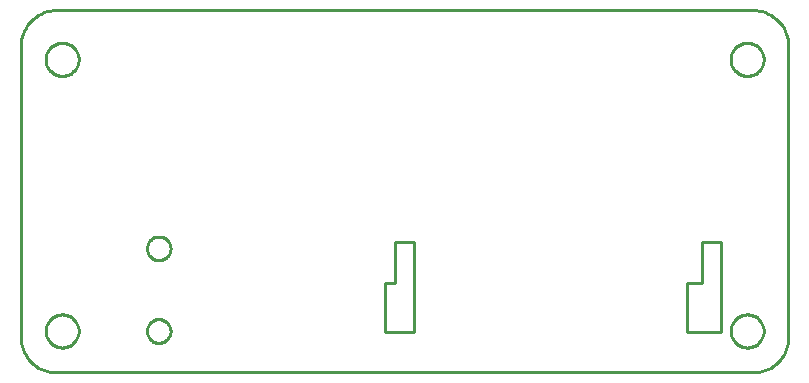
<source format=gbr>
G04 EAGLE Gerber RS-274X export*
G75*
%MOMM*%
%FSLAX34Y34*%
%LPD*%
%IN*%
%IPPOS*%
%AMOC8*
5,1,8,0,0,1.08239X$1,22.5*%
G01*
%ADD10C,0.254000*%


D10*
X0Y30000D02*
X114Y27385D01*
X456Y24791D01*
X1022Y22235D01*
X1809Y19739D01*
X2811Y17321D01*
X4019Y15000D01*
X5425Y12793D01*
X7019Y10716D01*
X8787Y8787D01*
X10716Y7019D01*
X12793Y5425D01*
X15000Y4019D01*
X17321Y2811D01*
X19739Y1809D01*
X22235Y1022D01*
X24791Y456D01*
X27385Y114D01*
X30000Y0D01*
X620000Y0D01*
X622615Y114D01*
X625209Y456D01*
X627765Y1022D01*
X630261Y1809D01*
X632679Y2811D01*
X635000Y4019D01*
X637207Y5425D01*
X639284Y7019D01*
X641213Y8787D01*
X642981Y10716D01*
X644575Y12793D01*
X645981Y15000D01*
X647189Y17321D01*
X648191Y19739D01*
X648978Y22235D01*
X649544Y24791D01*
X649886Y27385D01*
X650000Y30000D01*
X650000Y276604D01*
X649886Y279219D01*
X649544Y281813D01*
X648978Y284369D01*
X648191Y286865D01*
X647189Y289283D01*
X645981Y291604D01*
X644575Y293811D01*
X642981Y295888D01*
X641213Y297817D01*
X639284Y299585D01*
X637207Y301179D01*
X635000Y302585D01*
X632679Y303793D01*
X630261Y304795D01*
X627765Y305582D01*
X625209Y306148D01*
X622615Y306490D01*
X620000Y306604D01*
X30000Y306604D01*
X27385Y306490D01*
X24791Y306148D01*
X22235Y305582D01*
X19739Y304795D01*
X17321Y303793D01*
X15000Y302585D01*
X12793Y301179D01*
X10716Y299585D01*
X8787Y297817D01*
X7019Y295888D01*
X5425Y293811D01*
X4019Y291604D01*
X2811Y289283D01*
X1809Y286865D01*
X1022Y284369D01*
X456Y281813D01*
X114Y279219D01*
X0Y276604D01*
X0Y30000D01*
X308660Y34000D02*
X332660Y34000D01*
X332660Y110000D01*
X316660Y110000D01*
X316660Y76000D01*
X308660Y76000D01*
X308660Y34000D01*
X563660Y34000D02*
X592660Y34000D01*
X592660Y110000D01*
X576660Y110000D01*
X576660Y76000D01*
X563660Y76000D01*
X563660Y34000D01*
X49000Y264500D02*
X48929Y263503D01*
X48786Y262513D01*
X48574Y261536D01*
X48292Y260576D01*
X47943Y259639D01*
X47527Y258729D01*
X47048Y257852D01*
X46507Y257010D01*
X45908Y256210D01*
X45253Y255454D01*
X44546Y254747D01*
X43790Y254092D01*
X42990Y253493D01*
X42148Y252952D01*
X41271Y252473D01*
X40361Y252057D01*
X39424Y251708D01*
X38465Y251426D01*
X37487Y251214D01*
X36498Y251071D01*
X35500Y251000D01*
X34500Y251000D01*
X33503Y251071D01*
X32513Y251214D01*
X31536Y251426D01*
X30576Y251708D01*
X29639Y252057D01*
X28729Y252473D01*
X27852Y252952D01*
X27010Y253493D01*
X26210Y254092D01*
X25454Y254747D01*
X24747Y255454D01*
X24092Y256210D01*
X23493Y257010D01*
X22952Y257852D01*
X22473Y258729D01*
X22057Y259639D01*
X21708Y260576D01*
X21426Y261536D01*
X21214Y262513D01*
X21071Y263503D01*
X21000Y264500D01*
X21000Y265500D01*
X21071Y266498D01*
X21214Y267487D01*
X21426Y268465D01*
X21708Y269424D01*
X22057Y270361D01*
X22473Y271271D01*
X22952Y272148D01*
X23493Y272990D01*
X24092Y273790D01*
X24747Y274546D01*
X25454Y275253D01*
X26210Y275908D01*
X27010Y276507D01*
X27852Y277048D01*
X28729Y277527D01*
X29639Y277943D01*
X30576Y278292D01*
X31536Y278574D01*
X32513Y278786D01*
X33503Y278929D01*
X34500Y279000D01*
X35500Y279000D01*
X36498Y278929D01*
X37487Y278786D01*
X38465Y278574D01*
X39424Y278292D01*
X40361Y277943D01*
X41271Y277527D01*
X42148Y277048D01*
X42990Y276507D01*
X43790Y275908D01*
X44546Y275253D01*
X45253Y274546D01*
X45908Y273790D01*
X46507Y272990D01*
X47048Y272148D01*
X47527Y271271D01*
X47943Y270361D01*
X48292Y269424D01*
X48574Y268465D01*
X48786Y267487D01*
X48929Y266498D01*
X49000Y265500D01*
X49000Y264500D01*
X629000Y264500D02*
X628929Y263503D01*
X628786Y262513D01*
X628574Y261536D01*
X628292Y260576D01*
X627943Y259639D01*
X627527Y258729D01*
X627048Y257852D01*
X626507Y257010D01*
X625908Y256210D01*
X625253Y255454D01*
X624546Y254747D01*
X623790Y254092D01*
X622990Y253493D01*
X622148Y252952D01*
X621271Y252473D01*
X620361Y252057D01*
X619424Y251708D01*
X618465Y251426D01*
X617487Y251214D01*
X616498Y251071D01*
X615500Y251000D01*
X614500Y251000D01*
X613503Y251071D01*
X612513Y251214D01*
X611536Y251426D01*
X610576Y251708D01*
X609639Y252057D01*
X608729Y252473D01*
X607852Y252952D01*
X607010Y253493D01*
X606210Y254092D01*
X605454Y254747D01*
X604747Y255454D01*
X604092Y256210D01*
X603493Y257010D01*
X602952Y257852D01*
X602473Y258729D01*
X602057Y259639D01*
X601708Y260576D01*
X601426Y261536D01*
X601214Y262513D01*
X601071Y263503D01*
X601000Y264500D01*
X601000Y265500D01*
X601071Y266498D01*
X601214Y267487D01*
X601426Y268465D01*
X601708Y269424D01*
X602057Y270361D01*
X602473Y271271D01*
X602952Y272148D01*
X603493Y272990D01*
X604092Y273790D01*
X604747Y274546D01*
X605454Y275253D01*
X606210Y275908D01*
X607010Y276507D01*
X607852Y277048D01*
X608729Y277527D01*
X609639Y277943D01*
X610576Y278292D01*
X611536Y278574D01*
X612513Y278786D01*
X613503Y278929D01*
X614500Y279000D01*
X615500Y279000D01*
X616498Y278929D01*
X617487Y278786D01*
X618465Y278574D01*
X619424Y278292D01*
X620361Y277943D01*
X621271Y277527D01*
X622148Y277048D01*
X622990Y276507D01*
X623790Y275908D01*
X624546Y275253D01*
X625253Y274546D01*
X625908Y273790D01*
X626507Y272990D01*
X627048Y272148D01*
X627527Y271271D01*
X627943Y270361D01*
X628292Y269424D01*
X628574Y268465D01*
X628786Y267487D01*
X628929Y266498D01*
X629000Y265500D01*
X629000Y264500D01*
X629000Y34500D02*
X628929Y33503D01*
X628786Y32513D01*
X628574Y31536D01*
X628292Y30576D01*
X627943Y29639D01*
X627527Y28729D01*
X627048Y27852D01*
X626507Y27010D01*
X625908Y26210D01*
X625253Y25454D01*
X624546Y24747D01*
X623790Y24092D01*
X622990Y23493D01*
X622148Y22952D01*
X621271Y22473D01*
X620361Y22057D01*
X619424Y21708D01*
X618465Y21426D01*
X617487Y21214D01*
X616498Y21071D01*
X615500Y21000D01*
X614500Y21000D01*
X613503Y21071D01*
X612513Y21214D01*
X611536Y21426D01*
X610576Y21708D01*
X609639Y22057D01*
X608729Y22473D01*
X607852Y22952D01*
X607010Y23493D01*
X606210Y24092D01*
X605454Y24747D01*
X604747Y25454D01*
X604092Y26210D01*
X603493Y27010D01*
X602952Y27852D01*
X602473Y28729D01*
X602057Y29639D01*
X601708Y30576D01*
X601426Y31536D01*
X601214Y32513D01*
X601071Y33503D01*
X601000Y34500D01*
X601000Y35500D01*
X601071Y36498D01*
X601214Y37487D01*
X601426Y38465D01*
X601708Y39424D01*
X602057Y40361D01*
X602473Y41271D01*
X602952Y42148D01*
X603493Y42990D01*
X604092Y43790D01*
X604747Y44546D01*
X605454Y45253D01*
X606210Y45908D01*
X607010Y46507D01*
X607852Y47048D01*
X608729Y47527D01*
X609639Y47943D01*
X610576Y48292D01*
X611536Y48574D01*
X612513Y48786D01*
X613503Y48929D01*
X614500Y49000D01*
X615500Y49000D01*
X616498Y48929D01*
X617487Y48786D01*
X618465Y48574D01*
X619424Y48292D01*
X620361Y47943D01*
X621271Y47527D01*
X622148Y47048D01*
X622990Y46507D01*
X623790Y45908D01*
X624546Y45253D01*
X625253Y44546D01*
X625908Y43790D01*
X626507Y42990D01*
X627048Y42148D01*
X627527Y41271D01*
X627943Y40361D01*
X628292Y39424D01*
X628574Y38465D01*
X628786Y37487D01*
X628929Y36498D01*
X629000Y35500D01*
X629000Y34500D01*
X49000Y34500D02*
X48929Y33503D01*
X48786Y32513D01*
X48574Y31536D01*
X48292Y30576D01*
X47943Y29639D01*
X47527Y28729D01*
X47048Y27852D01*
X46507Y27010D01*
X45908Y26210D01*
X45253Y25454D01*
X44546Y24747D01*
X43790Y24092D01*
X42990Y23493D01*
X42148Y22952D01*
X41271Y22473D01*
X40361Y22057D01*
X39424Y21708D01*
X38465Y21426D01*
X37487Y21214D01*
X36498Y21071D01*
X35500Y21000D01*
X34500Y21000D01*
X33503Y21071D01*
X32513Y21214D01*
X31536Y21426D01*
X30576Y21708D01*
X29639Y22057D01*
X28729Y22473D01*
X27852Y22952D01*
X27010Y23493D01*
X26210Y24092D01*
X25454Y24747D01*
X24747Y25454D01*
X24092Y26210D01*
X23493Y27010D01*
X22952Y27852D01*
X22473Y28729D01*
X22057Y29639D01*
X21708Y30576D01*
X21426Y31536D01*
X21214Y32513D01*
X21071Y33503D01*
X21000Y34500D01*
X21000Y35500D01*
X21071Y36498D01*
X21214Y37487D01*
X21426Y38465D01*
X21708Y39424D01*
X22057Y40361D01*
X22473Y41271D01*
X22952Y42148D01*
X23493Y42990D01*
X24092Y43790D01*
X24747Y44546D01*
X25454Y45253D01*
X26210Y45908D01*
X27010Y46507D01*
X27852Y47048D01*
X28729Y47527D01*
X29639Y47943D01*
X30576Y48292D01*
X31536Y48574D01*
X32513Y48786D01*
X33503Y48929D01*
X34500Y49000D01*
X35500Y49000D01*
X36498Y48929D01*
X37487Y48786D01*
X38465Y48574D01*
X39424Y48292D01*
X40361Y47943D01*
X41271Y47527D01*
X42148Y47048D01*
X42990Y46507D01*
X43790Y45908D01*
X44546Y45253D01*
X45253Y44546D01*
X45908Y43790D01*
X46507Y42990D01*
X47048Y42148D01*
X47527Y41271D01*
X47943Y40361D01*
X48292Y39424D01*
X48574Y38465D01*
X48786Y37487D01*
X48929Y36498D01*
X49000Y35500D01*
X49000Y34500D01*
X117277Y45000D02*
X118147Y44924D01*
X119006Y44772D01*
X119850Y44546D01*
X120670Y44248D01*
X121462Y43879D01*
X122218Y43442D01*
X122933Y42941D01*
X123602Y42380D01*
X124220Y41762D01*
X124781Y41093D01*
X125282Y40378D01*
X125719Y39622D01*
X126088Y38830D01*
X126386Y38010D01*
X126612Y37166D01*
X126764Y36307D01*
X126840Y35437D01*
X126840Y34563D01*
X126764Y33694D01*
X126612Y32834D01*
X126386Y31990D01*
X126088Y31170D01*
X125719Y30378D01*
X125282Y29622D01*
X124781Y28907D01*
X124220Y28238D01*
X123602Y27620D01*
X122933Y27059D01*
X122218Y26558D01*
X121462Y26121D01*
X120670Y25752D01*
X119850Y25454D01*
X119006Y25228D01*
X118147Y25076D01*
X117277Y25000D01*
X116403Y25000D01*
X115534Y25076D01*
X114674Y25228D01*
X113830Y25454D01*
X113010Y25752D01*
X112218Y26121D01*
X111462Y26558D01*
X110747Y27059D01*
X110078Y27620D01*
X109460Y28238D01*
X108899Y28907D01*
X108398Y29622D01*
X107961Y30378D01*
X107592Y31170D01*
X107294Y31990D01*
X107068Y32834D01*
X106916Y33694D01*
X106840Y34563D01*
X106840Y35437D01*
X106916Y36307D01*
X107068Y37166D01*
X107294Y38010D01*
X107592Y38830D01*
X107961Y39622D01*
X108398Y40378D01*
X108899Y41093D01*
X109460Y41762D01*
X110078Y42380D01*
X110747Y42941D01*
X111462Y43442D01*
X112218Y43879D01*
X113010Y44248D01*
X113830Y44546D01*
X114674Y44772D01*
X115534Y44924D01*
X116403Y45000D01*
X117277Y45000D01*
X117277Y115000D02*
X118147Y114924D01*
X119006Y114772D01*
X119850Y114546D01*
X120670Y114248D01*
X121462Y113879D01*
X122218Y113442D01*
X122933Y112941D01*
X123602Y112380D01*
X124220Y111762D01*
X124781Y111093D01*
X125282Y110378D01*
X125719Y109622D01*
X126088Y108830D01*
X126386Y108010D01*
X126612Y107166D01*
X126764Y106307D01*
X126840Y105437D01*
X126840Y104563D01*
X126764Y103694D01*
X126612Y102834D01*
X126386Y101990D01*
X126088Y101170D01*
X125719Y100378D01*
X125282Y99622D01*
X124781Y98907D01*
X124220Y98238D01*
X123602Y97620D01*
X122933Y97059D01*
X122218Y96558D01*
X121462Y96121D01*
X120670Y95752D01*
X119850Y95454D01*
X119006Y95228D01*
X118147Y95076D01*
X117277Y95000D01*
X116403Y95000D01*
X115534Y95076D01*
X114674Y95228D01*
X113830Y95454D01*
X113010Y95752D01*
X112218Y96121D01*
X111462Y96558D01*
X110747Y97059D01*
X110078Y97620D01*
X109460Y98238D01*
X108899Y98907D01*
X108398Y99622D01*
X107961Y100378D01*
X107592Y101170D01*
X107294Y101990D01*
X107068Y102834D01*
X106916Y103694D01*
X106840Y104563D01*
X106840Y105437D01*
X106916Y106307D01*
X107068Y107166D01*
X107294Y108010D01*
X107592Y108830D01*
X107961Y109622D01*
X108398Y110378D01*
X108899Y111093D01*
X109460Y111762D01*
X110078Y112380D01*
X110747Y112941D01*
X111462Y113442D01*
X112218Y113879D01*
X113010Y114248D01*
X113830Y114546D01*
X114674Y114772D01*
X115534Y114924D01*
X116403Y115000D01*
X117277Y115000D01*
M02*

</source>
